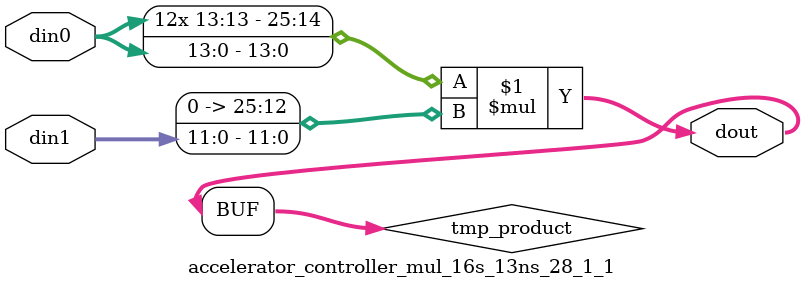
<source format=v>

`timescale 1 ns / 1 ps

 module accelerator_controller_mul_16s_13ns_28_1_1(din0, din1, dout);
parameter ID = 1;
parameter NUM_STAGE = 0;
parameter din0_WIDTH = 14;
parameter din1_WIDTH = 12;
parameter dout_WIDTH = 26;

input [din0_WIDTH - 1 : 0] din0; 
input [din1_WIDTH - 1 : 0] din1; 
output [dout_WIDTH - 1 : 0] dout;

wire signed [dout_WIDTH - 1 : 0] tmp_product;


























assign tmp_product = $signed(din0) * $signed({1'b0, din1});









assign dout = tmp_product;





















endmodule

</source>
